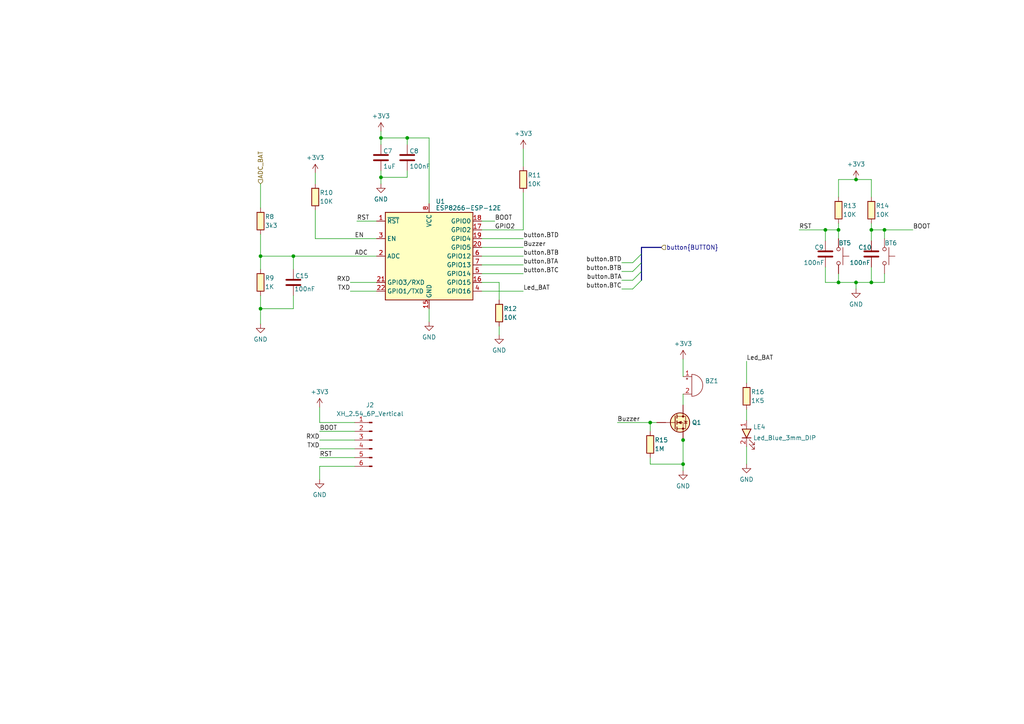
<source format=kicad_sch>
(kicad_sch (version 20230121) (generator eeschema)
  (paper "A4")
  (lib_symbols
    (symbol "Device:Buzzer" (pin_names (offset 0.0254) hide)
      (property "Reference" "BZ" (at 3.81 1.27 0))
      (property "Value" "Buzzer" (at 3.81 -1.27 0))
      (symbol "Buzzer_0_1"
        (arc (start 0 -3.175) (mid 3.1612 0) (end 0 3.175))
        (polyline (pts (xy -1.651 1.905) (xy -1.143 1.905)))
        (polyline (pts (xy -1.397 2.159) (xy -1.397 1.651)))
        (polyline (pts (xy 0 3.175) (xy 0 -3.175)))
      )
      (symbol "Buzzer_1_1"
        (pin passive line (at -2.54 2.54 0) (length 2.54) (name "-") (number "1"))
        (pin passive line (at -2.54 -2.54 0) (length 2.54) (name "+") (number "2"))
      )
    )
    (symbol "IVS_SYMBOLS:C" (pin_numbers hide) (pin_names (offset 0.254))
      (property "Reference" "C" (at 0.635 2.54 0))
      (property "Value" "C" (at 0.635 -2.54 0))
      (symbol "C_0_1"
        (polyline (pts (xy -2.032 -0.762) (xy 2.032 -0.762)) (stroke (width 0.508)))
        (polyline (pts (xy -2.032 0.762) (xy 2.032 0.762)) (stroke (width 0.508)))
      )
      (symbol "C_1_1"
        (pin passive line (at 0 3.81 270) (length 2.794) (name "~") (number "1"))
        (pin passive line (at 0 -3.81 90) (length 2.794) (name "~") (number "2"))
      )
    )
    (symbol "IVS_SYMBOLS:Conn_01x06_Male" (pin_names (offset 1.016) hide)
      (property "Reference" "J" (at 0 7.62 0))
      (property "Value" "Conn_01x06_Male" (at 0 -10.16 0))
      (symbol "Conn_01x06_Male_1_1"
        (polyline (pts (xy 1.27 -7.62) (xy 0.8636 -7.62)) (stroke (width 0.1524)))
        (polyline (pts (xy 1.27 -5.08) (xy 0.8636 -5.08)) (stroke (width 0.1524)))
        (polyline (pts (xy 1.27 -2.54) (xy 0.8636 -2.54)) (stroke (width 0.1524)))
        (polyline (pts (xy 1.27 0) (xy 0.8636 0)) (stroke (width 0.1524)))
        (polyline (pts (xy 1.27 2.54) (xy 0.8636 2.54)) (stroke (width 0.1524)))
        (polyline (pts (xy 1.27 5.08) (xy 0.8636 5.08)) (stroke (width 0.1524)))
        (rectangle (start 0.8636 -7.493) (end 0 -7.747) (stroke (width 0.1524)) (fill (type outline)))
        (rectangle (start 0.8636 -4.953) (end 0 -5.207) (stroke (width 0.1524)) (fill (type outline)))
        (rectangle (start 0.8636 -2.413) (end 0 -2.667) (stroke (width 0.1524)) (fill (type outline)))
        (rectangle (start 0.8636 0.127) (end 0 -0.127) (stroke (width 0.1524)) (fill (type outline)))
        (rectangle (start 0.8636 2.667) (end 0 2.413) (stroke (width 0.1524)) (fill (type outline)))
        (rectangle (start 0.8636 5.207) (end 0 4.953) (stroke (width 0.1524)) (fill (type outline)))
        (pin passive line (at 5.08 5.08 180) (length 3.81) (name "Pin_1") (number "1"))
        (pin passive line (at 5.08 2.54 180) (length 3.81) (name "Pin_2") (number "2"))
        (pin passive line (at 5.08 0 180) (length 3.81) (name "Pin_3") (number "3"))
        (pin passive line (at 5.08 -2.54 180) (length 3.81) (name "Pin_4") (number "4"))
        (pin passive line (at 5.08 -5.08 180) (length 3.81) (name "Pin_5") (number "5"))
        (pin passive line (at 5.08 -7.62 180) (length 3.81) (name "Pin_6") (number "6"))
      )
    )
    (symbol "IVS_SYMBOLS:ESP-07"
      (property "Reference" "U" (at 0 2.54 0))
      (property "Value" "ESP-07" (at 0 0 0))
      (symbol "ESP-07_0_1"
        (rectangle (start -12.7 12.7) (end 12.7 -12.7) (stroke (width 0.254)) (fill (type background)))
      )
      (symbol "ESP-07_1_1"
        (pin input line (at -15.24 10.16 0) (length 2.54) (name "~{RST}") (number "1"))
        (pin power_in line (at 0 -15.24 90) (length 2.54) (name "GND") (number "15"))
        (pin bidirectional line (at 15.24 -7.62 180) (length 2.54) (name "GPIO15") (number "16"))
        (pin bidirectional line (at 15.24 7.62 180) (length 2.54) (name "GPIO2") (number "17"))
        (pin bidirectional line (at 15.24 10.16 180) (length 2.54) (name "GPIO0") (number "18"))
        (pin bidirectional line (at 15.24 5.08 180) (length 2.54) (name "GPIO4") (number "19"))
        (pin input line (at -15.24 0 0) (length 2.54) (name "ADC") (number "2"))
        (pin bidirectional line (at 15.24 2.54 180) (length 2.54) (name "GPIO5") (number "20"))
        (pin bidirectional line (at -15.24 -7.62 0) (length 2.54) (name "GPIO3/RXD") (number "21"))
        (pin bidirectional line (at -15.24 -10.16 0) (length 2.54) (name "GPIO1/TXD") (number "22"))
        (pin input line (at -15.24 5.08 0) (length 2.54) (name "EN") (number "3"))
        (pin bidirectional line (at 15.24 -10.16 180) (length 2.54) (name "GPIO16") (number "4"))
        (pin bidirectional line (at 15.24 -5.08 180) (length 2.54) (name "GPIO14") (number "5"))
        (pin bidirectional line (at 15.24 0 180) (length 2.54) (name "GPIO12") (number "6"))
        (pin bidirectional line (at 15.24 -2.54 180) (length 2.54) (name "GPIO13") (number "7"))
        (pin power_in line (at 0 15.24 270) (length 2.54) (name "VCC") (number "8"))
      )
    )
    (symbol "IVS_SYMBOLS:Led"
      (property "Reference" "LE" (at 0.508 -2.794 0))
      (property "Value" "Led" (at -0.254 2.794 0))
      (symbol "Led_0_1"
        (polyline (pts (xy 0 -1.27) (xy 0 1.27)) (stroke (width 0.254)))
        (polyline (pts (xy 2.54 -1.27) (xy 2.54 1.27) (xy 0 0) (xy 2.54 -1.27)) (stroke (width 0.254)) (fill (type background)))
        (polyline (pts (xy -1.778 -0.762) (xy -3.302 -2.286) (xy -2.54 -2.286) (xy -3.302 -2.286) (xy -3.302 -1.524)))
        (polyline (pts (xy -0.508 -0.762) (xy -2.032 -2.286) (xy -1.27 -2.286) (xy -2.032 -2.286) (xy -2.032 -1.524)))
      )
      (symbol "Led_1_1"
        (pin passive line (at 5.08 0 180) (length 2.54) (name "") (number "1"))
        (pin passive line (at -2.54 0 0) (length 2.54) (name "") (number "2"))
      )
    )
    (symbol "IVS_SYMBOLS:N_Mosfet" (pin_numbers hide) (pin_names hide)
      (property "Reference" "Q" (at 2.794 1.2192 0))
      (symbol "N_Mosfet_0_1"
        (circle (center -0.889 0) (radius 2.794) (stroke (width 0.254)) (fill (type background)))
        (circle (center 0 -1.778) (radius 0.254) (fill (type outline)))
        (polyline (pts (xy -2.286 0) (xy -5.08 0)))
        (polyline (pts (xy -2.286 1.905) (xy -2.286 -1.905)) (stroke (width 0.254)))
        (polyline (pts (xy -1.778 -1.27) (xy -1.778 -2.286)) (stroke (width 0.254)))
        (polyline (pts (xy -1.778 0.508) (xy -1.778 -0.508)) (stroke (width 0.254)))
        (polyline (pts (xy -1.778 2.286) (xy -1.778 1.27)) (stroke (width 0.254)))
        (polyline (pts (xy 0 2.54) (xy 0 1.778)))
        (polyline (pts (xy 0 -2.54) (xy 0 0) (xy -1.778 0)))
        (polyline (pts (xy -1.778 -1.778) (xy 0.762 -1.778) (xy 0.762 1.778) (xy -1.778 1.778)))
        (polyline (pts (xy -1.524 0) (xy -0.508 0.381) (xy -0.508 -0.381) (xy -1.524 0)) (fill (type outline)))
        (polyline (pts (xy 0.254 0.508) (xy 0.381 0.381) (xy 1.143 0.381) (xy 1.27 0.254)))
        (polyline (pts (xy 0.762 0.381) (xy 0.381 -0.254) (xy 1.143 -0.254) (xy 0.762 0.381)))
        (circle (center 0 1.778) (radius 0.254) (fill (type outline)))
      )
      (symbol "N_Mosfet_1_1"
        (pin input line (at -7.62 0 0) (length 2.54) (name "G") (number "1"))
        (pin passive line (at 0 -5.08 90) (length 2.54) (name "S") (number "2"))
        (pin passive line (at 0 5.08 270) (length 2.54) (name "D") (number "3"))
      )
    )
    (symbol "IVS_SYMBOLS:R" (pin_numbers hide) (pin_names (offset 0))
      (property "Reference" "R" (at 2.032 0 90))
      (property "Value" "R" (at 0 0 90))
      (symbol "R_1_1"
        (rectangle (start -1.016 2.54) (end 1.016 -2.54) (stroke (width 0.254)) (fill (type background)))
        (pin passive line (at 0 3.81 270) (length 1.27) (name "~") (number "1"))
        (pin passive line (at 0 -3.81 90) (length 1.27) (name "~") (number "2"))
      )
    )
    (symbol "IVS_SYMBOLS:SW_Push" (pin_numbers hide) (pin_names (offset 1.016) hide)
      (property "Reference" "SW" (at 1.27 2.54 0))
      (property "Value" "SW_Push" (at 0 -1.524 0))
      (symbol "SW_Push_0_1"
        (circle (center -2.032 0) (radius 0.508))
        (polyline (pts (xy 0 1.27) (xy 0 3.048)))
        (polyline (pts (xy 2.54 1.27) (xy -2.54 1.27)))
        (circle (center 2.032 0) (radius 0.508))
        (pin passive line (at -5.08 0 0) (length 2.54) (name "1") (number "1"))
        (pin passive line (at 5.08 0 180) (length 2.54) (name "2") (number "2"))
      )
    )
    (symbol "power:+3V3" (power) (pin_names (offset 0))
      (property "Value" "+3V3" (at 0 3.556 0))
      (symbol "+3V3_0_1"
        (polyline (pts (xy -0.762 1.27) (xy 0 2.54)))
        (polyline (pts (xy 0 0) (xy 0 2.54)))
        (polyline (pts (xy 0 2.54) (xy 0.762 1.27)))
      )
      (symbol "+3V3_1_1"
        (pin power_in line (at 0 0 90) (length 0) hide (name "+3V3") (number "1"))
      )
    )
    (symbol "power:GND" (power) (pin_names (offset 0))
      (property "Value" "GND" (at 0 -3.81 0))
      (symbol "GND_0_1"
        (polyline (pts (xy 0 0) (xy 0 -1.27) (xy 1.27 -1.27) (xy 0 -2.54) (xy -1.27 -1.27) (xy 0 -1.27)))
      )
      (symbol "GND_1_1"
        (pin power_in line (at 0 0 270) (length 0) hide (name "GND") (number "1"))
      )
    )
  )
  (bus_alias "BUTTON" (members "BTA" "BTB" "BTC" "BTD"))
  (junction (at 75.565 74.295))
  (junction (at 256.54 66.675))
  (junction (at 248.285 81.915))
  (junction (at 85.09 74.295))
  (junction (at 252.73 66.675))
  (junction (at 75.565 89.535))
  (junction (at 252.73 81.915))
  (junction (at 243.205 81.915))
  (junction (at 248.285 52.07))
  (junction (at 188.595 122.555))
  (junction (at 110.49 51.435))
  (junction (at 239.395 66.675))
  (junction (at 243.205 66.675))
  (junction (at 118.11 40.005))
  (junction (at 110.49 40.005))
  (junction (at 198.12 134.62))
  (junction (at 198.12 127.635))
  (bus_entry (at 186.055 76.2) (size -2.54 2.54))
  (bus_entry (at 186.055 78.74) (size -2.54 2.54))
  (bus_entry (at 186.055 81.28) (size -2.54 2.54))
  (bus_entry (at 186.055 73.66) (size -2.54 2.54))
  (wire (pts (xy 231.775 66.675) (xy 239.395 66.675)))
  (wire (pts (xy 139.7 66.675) (xy 151.765 66.675)))
  (wire (pts (xy 144.78 94.615) (xy 144.78 97.155)))
  (wire (pts (xy 183.515 78.74) (xy 180.34 78.74)))
  (wire (pts (xy 252.73 81.915) (xy 248.285 81.915)))
  (wire (pts (xy 198.12 114.3) (xy 198.12 117.475)))
  (wire (pts (xy 188.595 132.715) (xy 188.595 134.62)))
  (wire (pts (xy 139.7 74.295) (xy 151.765 74.295)))
  (bus (pts (xy 186.055 76.2) (xy 186.055 73.66)))
  (wire (pts (xy 239.395 77.47) (xy 239.395 81.915)))
  (wire (pts (xy 110.49 41.91) (xy 110.49 40.005)))
  (bus (pts (xy 186.055 73.66) (xy 186.055 71.755)))
  (bus (pts (xy 186.055 81.28) (xy 186.055 78.74)))
  (wire (pts (xy 85.09 85.725) (xy 85.09 89.535)))
  (bus (pts (xy 186.055 78.74) (xy 186.055 76.2)))
  (bus (pts (xy 191.77 71.755) (xy 186.055 71.755)))
  (wire (pts (xy 183.515 83.82) (xy 180.34 83.82)))
  (wire (pts (xy 75.565 67.945) (xy 75.565 74.295)))
  (wire (pts (xy 252.73 77.47) (xy 252.73 81.915)))
  (wire (pts (xy 216.535 118.745) (xy 216.535 121.92)))
  (wire (pts (xy 216.535 104.775) (xy 216.535 111.125)))
  (wire (pts (xy 243.205 52.07) (xy 248.285 52.07)))
  (wire (pts (xy 124.46 40.005) (xy 118.11 40.005)))
  (wire (pts (xy 110.49 49.53) (xy 110.49 51.435)))
  (wire (pts (xy 118.11 40.005) (xy 110.49 40.005)))
  (wire (pts (xy 103.505 64.135) (xy 109.22 64.135)))
  (wire (pts (xy 75.565 89.535) (xy 75.565 93.98)))
  (wire (pts (xy 92.71 118.11) (xy 92.71 122.555)))
  (wire (pts (xy 92.71 132.715) (xy 102.87 132.715)))
  (wire (pts (xy 243.205 79.375) (xy 243.205 81.915)))
  (wire (pts (xy 91.44 69.215) (xy 109.22 69.215)))
  (wire (pts (xy 151.765 48.26) (xy 151.765 43.18)))
  (wire (pts (xy 243.205 64.77) (xy 243.205 66.675)))
  (wire (pts (xy 239.395 66.675) (xy 239.395 69.85)))
  (wire (pts (xy 252.73 66.675) (xy 252.73 69.85)))
  (wire (pts (xy 139.7 71.755) (xy 151.765 71.755)))
  (wire (pts (xy 239.395 81.915) (xy 243.205 81.915)))
  (wire (pts (xy 243.205 66.675) (xy 243.205 69.215)))
  (wire (pts (xy 198.12 104.14) (xy 198.12 109.22)))
  (wire (pts (xy 252.73 64.77) (xy 252.73 66.675)))
  (wire (pts (xy 256.54 79.375) (xy 256.54 81.915)))
  (wire (pts (xy 110.49 38.1) (xy 110.49 40.005)))
  (wire (pts (xy 183.515 81.28) (xy 180.34 81.28)))
  (wire (pts (xy 102.87 122.555) (xy 92.71 122.555)))
  (wire (pts (xy 256.54 81.915) (xy 252.73 81.915)))
  (wire (pts (xy 188.595 125.095) (xy 188.595 122.555)))
  (wire (pts (xy 243.205 66.675) (xy 239.395 66.675)))
  (wire (pts (xy 118.11 49.53) (xy 118.11 51.435)))
  (wire (pts (xy 216.535 129.54) (xy 216.535 134.62)))
  (wire (pts (xy 243.205 57.15) (xy 243.205 52.07)))
  (wire (pts (xy 110.49 51.435) (xy 110.49 53.34)))
  (wire (pts (xy 248.285 81.915) (xy 248.285 83.82)))
  (wire (pts (xy 75.565 85.725) (xy 75.565 89.535)))
  (wire (pts (xy 256.54 66.675) (xy 256.54 69.215)))
  (wire (pts (xy 91.44 60.96) (xy 91.44 69.215)))
  (wire (pts (xy 85.09 74.295) (xy 85.09 78.105)))
  (wire (pts (xy 248.285 52.07) (xy 252.73 52.07)))
  (wire (pts (xy 101.6 84.455) (xy 109.22 84.455)))
  (wire (pts (xy 243.205 81.915) (xy 248.285 81.915)))
  (wire (pts (xy 151.765 66.675) (xy 151.765 55.88)))
  (wire (pts (xy 188.595 122.555) (xy 190.5 122.555)))
  (wire (pts (xy 85.09 74.295) (xy 109.22 74.295)))
  (wire (pts (xy 75.565 89.535) (xy 85.09 89.535)))
  (wire (pts (xy 118.11 41.91) (xy 118.11 40.005)))
  (wire (pts (xy 144.78 81.915) (xy 144.78 86.995)))
  (wire (pts (xy 92.71 127.635) (xy 102.87 127.635)))
  (wire (pts (xy 92.71 135.255) (xy 92.71 139.065)))
  (wire (pts (xy 139.7 64.135) (xy 143.51 64.135)))
  (wire (pts (xy 139.7 79.375) (xy 151.765 79.375)))
  (wire (pts (xy 75.565 74.295) (xy 75.565 78.105)))
  (wire (pts (xy 183.515 76.2) (xy 180.34 76.2)))
  (wire (pts (xy 179.07 122.555) (xy 188.595 122.555)))
  (wire (pts (xy 198.12 127.635) (xy 198.12 134.62)))
  (wire (pts (xy 101.6 81.915) (xy 109.22 81.915)))
  (wire (pts (xy 188.595 134.62) (xy 198.12 134.62)))
  (wire (pts (xy 139.7 76.835) (xy 151.765 76.835)))
  (wire (pts (xy 124.46 59.055) (xy 124.46 40.005)))
  (wire (pts (xy 75.565 74.295) (xy 85.09 74.295)))
  (wire (pts (xy 139.7 81.915) (xy 144.78 81.915)))
  (wire (pts (xy 252.73 52.07) (xy 252.73 57.15)))
  (wire (pts (xy 75.565 53.34) (xy 75.565 60.325)))
  (wire (pts (xy 139.7 84.455) (xy 151.765 84.455)))
  (wire (pts (xy 102.87 135.255) (xy 92.71 135.255)))
  (wire (pts (xy 92.71 125.095) (xy 102.87 125.095)))
  (wire (pts (xy 198.12 134.62) (xy 198.12 136.525)))
  (wire (pts (xy 118.11 51.435) (xy 110.49 51.435)))
  (wire (pts (xy 92.71 130.175) (xy 102.87 130.175)))
  (wire (pts (xy 124.46 89.535) (xy 124.46 93.345)))
  (wire (pts (xy 198.12 127) (xy 198.12 127.635)))
  (wire (pts (xy 252.73 66.675) (xy 256.54 66.675)))
  (wire (pts (xy 256.54 66.675) (xy 264.795 66.675)))
  (wire (pts (xy 91.44 53.34) (xy 91.44 50.165)))
  (wire (pts (xy 139.7 69.215) (xy 151.765 69.215)))
  (label "button.BTA" (at 151.765 76.835 0))
  (label "TXD" (at 101.6 84.455 180))
  (label "button.BTC" (at 180.34 83.82 180))
  (label "button.BTB" (at 180.34 78.74 180))
  (label "RXD" (at 101.6 81.915 180))
  (label "RST" (at 92.71 132.715 0))
  (label "button.BTB" (at 151.765 74.295 0))
  (label "Led_BAT" (at 216.535 104.775 0))
  (label "button.BTD" (at 151.765 69.215 0))
  (label "Led_BAT" (at 151.765 84.455 0))
  (label "RXD" (at 92.71 127.635 180))
  (label "Buzzer" (at 179.07 122.555 0))
  (label "BOOT" (at 92.71 125.095 0))
  (label "button.BTD" (at 180.34 76.2 180))
  (label "Buzzer" (at 151.765 71.755 0))
  (label "RST" (at 103.505 64.135 0))
  (label "BOOT" (at 143.51 64.135 0))
  (label "ADC" (at 102.87 74.295 0))
  (label "button.BTC" (at 151.765 79.375 0))
  (label "RST" (at 231.775 66.675 0))
  (label "BOOT" (at 264.795 66.675 0))
  (label "button.BTA" (at 180.34 81.28 180))
  (label "GPIO2" (at 143.51 66.675 0))
  (label "TXD" (at 92.71 130.175 180))
  (label "EN" (at 102.87 69.215 0))
  (hierarchical_label "ADC_BAT" (shape input) (at 75.565 53.34 90))
  (hierarchical_label "button{BUTTON}" (shape input) (at 191.77 71.755 0))
  (symbol (lib_id "power:GND") (at 124.46 93.345 0) (unit 1)
    (property "Reference" "#PWR08" (effects hide))
    (property "Value" "GND" (at 124.46 97.79 0))
    (instances (project "Node_Vote" (path "" (reference "#PWR08") (unit 1))) (project "Begin" (path "" (reference "#PWR01") (unit 1))))
  )
  (symbol (lib_id "IVS_SYMBOLS:SW_Push") (at 243.205 74.295 270) (unit 1)
    (property "Reference" "BT5" (at 243.205 70.485 90) (effects (justify left)))
    (property "Value" "SW_Push_4.2x3.3x2.5_SMD" (effects hide))
    (property "Footprint" "IVS_FOOTPRINTS:SW_SPST_PTS810" (effects hide))
    (instances (project "Node_Vote" (path "" (reference "BT5") (unit 1))) (project "Begin" (path "" (reference "RST1") (unit 1))))
  )
  (symbol (lib_id "IVS_SYMBOLS:C") (at 118.11 45.72 0) (unit 1)
    (property "Reference" "C8" (at 118.745 43.815 0) (effects (justify left)))
    (property "Value" "100nF" (at 118.745 48.26 0) (effects (justify left)))
    (property "Footprint" "IVS_FOOTPRINTS:C_0603" (effects hide))
    (instances (project "Node_Vote" (path "" (reference "C8") (unit 1))) (project "Begin" (path "" (reference "C2") (unit 1))))
  )
  (symbol (lib_id "power:+3V3") (at 248.285 52.07 0) (unit 1)
    (property "Reference" "#PWR02" (effects hide))
    (property "Value" "+3V3" (at 248.285 47.625 0))
    (instances (project "Node_Vote" (path "" (reference "#PWR02") (unit 1))) (project "Begin" (path "" (reference "#PWR05") (unit 1))))
  )
  (symbol (lib_id "power:GND") (at 198.12 136.525 0) (unit 1)
    (property "Reference" "#PWR011" (effects hide))
    (property "Value" "GND" (at 198.12 140.97 0))
    (instances (project "Node_Vote" (path "" (reference "#PWR011") (unit 1))) (project "Begin" (path "" (reference "#PWR07") (unit 1))))
  )
  (symbol (lib_id "power:GND") (at 216.535 134.62 0) (unit 1)
    (property "Reference" "#PWR016" (effects hide))
    (property "Value" "GND" (at 216.535 139.065 0))
    (instances (project "Node_Vote" (path "" (reference "#PWR016") (unit 1))) (project "Begin" (path "" (reference "#PWR07") (unit 1))))
  )
  (symbol (lib_id "power:+3V3") (at 198.12 104.14 0) (unit 1)
    (property "Reference" "#PWR012" (effects hide))
    (property "Value" "+3V3" (at 198.12 99.695 0))
    (instances (project "Node_Vote" (path "" (reference "#PWR012") (unit 1))) (project "Begin" (path "" (reference "#PWR031") (unit 1))))
  )
  (symbol (lib_id "power:+3V3") (at 151.765 43.18 0) (unit 1)
    (property "Reference" "#PWR010" (effects hide))
    (property "Value" "+3V3" (at 151.765 38.735 0))
    (instances (project "Node_Vote" (path "" (reference "#PWR010") (unit 1))) (project "Begin" (path "" (reference "#PWR031") (unit 1))))
  )
  (symbol (lib_id "IVS_SYMBOLS:R") (at 188.595 128.905 0) (unit 1)
    (property "Reference" "R15" (at 189.865 127.635 0) (effects (justify left)))
    (property "Value" "1M" (at 189.865 130.175 0) (effects (justify left)))
    (property "Footprint" "IVS_FOOTPRINTS:R_0603" (effects hide))
    (instances (project "Node_Vote" (path "" (reference "R15") (unit 1))) (project "Begin" (path "" (reference "R3") (unit 1))))
  )
  (symbol (lib_id "power:GND") (at 92.71 139.065 0) (unit 1)
    (property "Reference" "#PWR07" (effects hide))
    (property "Value" "GND" (at 92.71 143.51 0))
    (instances (project "Node_Vote" (path "" (reference "#PWR07") (unit 1))) (project "Begin" (path "" (reference "#PWR08") (unit 1))))
  )
  (symbol (lib_id "IVS_SYMBOLS:Led") (at 216.535 127 90) (unit 1)
    (property "Reference" "LE4" (at 218.44 123.825 90) (effects (justify right)))
    (property "Value" "Led_Blue_3mm_DIP" (at 218.44 127 90) (effects (justify right)))
    (property "Footprint" "IVS_FOOTPRINTS:LED_D3.0mm_Red" (effects hide))
  )
  (symbol (lib_id "power:GND") (at 144.78 97.155 0) (unit 1)
    (property "Reference" "#PWR09" (effects hide))
    (property "Value" "GND" (at 144.78 101.6 0))
    (instances (project "Node_Vote" (path "" (reference "#PWR09") (unit 1))) (project "Begin" (path "" (reference "#PWR07") (unit 1))))
  )
  (symbol (lib_id "IVS_SYMBOLS:C") (at 85.09 81.915 180) (unit 1)
    (property "Reference" "C15" (at 89.535 80.01 0) (effects (justify left)))
    (property "Value" "100nF" (at 91.44 83.82 0) (effects (justify left)))
    (property "Footprint" "IVS_FOOTPRINTS:C_0603" (effects hide))
    (instances (project "Node_Vote" (path "" (reference "C15") (unit 1))) (project "Begin" (path "" (reference "C1") (unit 1))))
  )
  (symbol (lib_id "IVS_SYMBOLS:R") (at 243.205 60.96 0) (unit 1)
    (property "Reference" "R13" (at 244.475 59.69 0) (effects (justify left)))
    (property "Value" "10K" (at 244.475 62.23 0) (effects (justify left)))
    (property "Footprint" "IVS_FOOTPRINTS:R_0603" (effects hide))
    (instances (project "Node_Vote" (path "" (reference "R13") (unit 1))) (project "Begin" (path "" (reference "R1") (unit 1))))
  )
  (symbol (lib_id "IVS_SYMBOLS:R") (at 144.78 90.805 0) (unit 1)
    (property "Reference" "R12" (at 146.05 89.535 0) (effects (justify left)))
    (property "Value" "10K" (at 146.05 92.075 0) (effects (justify left)))
    (property "Footprint" "IVS_FOOTPRINTS:R_0603" (effects hide))
    (instances (project "Node_Vote" (path "" (reference "R12") (unit 1))) (project "Begin" (path "" (reference "R5") (unit 1))))
  )
  (symbol (lib_id "IVS_SYMBOLS:SW_Push") (at 256.54 74.295 270) (unit 1)
    (property "Reference" "BT6" (at 256.54 70.485 90) (effects (justify left)))
    (property "Value" "SW_Push_4.2x3.3x2.5_SMD" (effects hide))
    (property "Footprint" "IVS_FOOTPRINTS:SW_SPST_PTS810" (effects hide))
    (instances (project "Node_Vote" (path "" (reference "BT6") (unit 1))) (project "Begin" (path "" (reference "BOOT1") (unit 1))))
  )
  (symbol (lib_id "power:+3V3") (at 110.49 38.1 0) (unit 1)
    (property "Reference" "#PWR04" (effects hide))
    (property "Value" "+3V3" (at 110.49 33.655 0))
    (instances (project "Node_Vote" (path "" (reference "#PWR04") (unit 1))) (project "Begin" (path "" (reference "#PWR02") (unit 1))))
  )
  (symbol (lib_id "IVS_SYMBOLS:Conn_01x06_Male") (at 107.95 127.635 0) (mirror y) (unit 1)
    (property "Reference" "J2" (at 107.315 117.475 0))
    (property "Value" "XH_2.54_6P_Vertical" (at 107.315 120.015 0))
    (property "Footprint" "IVS_FOOTPRINTS:XH_6P_2.54mm_Vertical" (effects hide))
  )
  (symbol (lib_id "IVS_SYMBOLS:R") (at 216.535 114.935 0) (unit 1)
    (property "Reference" "R16" (at 217.805 113.665 0) (effects (justify left)))
    (property "Value" "1K5" (at 217.805 116.205 0) (effects (justify left)))
    (property "Footprint" "IVS_FOOTPRINTS:R_0603" (effects hide))
    (instances (project "Node_Vote" (path "" (reference "R16") (unit 1))) (project "Begin" (path "" (reference "R3") (unit 1))))
  )
  (symbol (lib_id "IVS_SYMBOLS:N_Mosfet") (at 198.12 122.555 0) (unit 1)
    (property "Reference" "Q1" (at 200.66 122.555 0) (effects (justify left)))
    (property "Value" "N_Mosfet_SI2300" (effects hide))
    (property "Footprint" "IVS_FOOTPRINTS:SOT23-3" (effects hide))
    (property "Datasheet" "https://www.onsemi.com/pub/Collateral/BSS138-D.PDF" (effects hide))
  )
  (symbol (lib_id "power:GND") (at 110.49 53.34 0) (unit 1)
    (property "Reference" "#PWR05" (effects hide))
    (property "Value" "GND" (at 110.49 57.785 0))
    (instances (project "Node_Vote" (path "" (reference "#PWR05") (unit 1))) (project "Begin" (path "" (reference "#PWR03") (unit 1))))
  )
  (symbol (lib_id "power:+3V3") (at 91.44 50.165 0) (unit 1)
    (property "Reference" "#PWR01" (effects hide))
    (property "Value" "+3V3" (at 91.44 45.72 0))
    (instances (project "Node_Vote" (path "" (reference "#PWR01") (unit 1))) (project "Begin" (path "" (reference "#PWR06") (unit 1))))
  )
  (symbol (lib_id "IVS_SYMBOLS:C") (at 239.395 73.66 0) (unit 1)
    (property "Reference" "C9" (at 236.22 71.755 0) (effects (justify left)))
    (property "Value" "100nF" (at 233.045 76.2 0) (effects (justify left)))
    (property "Footprint" "IVS_FOOTPRINTS:C_0603" (effects hide))
    (instances (project "Node_Vote" (path "" (reference "C9") (unit 1))) (project "Begin" (path "" (reference "C4") (unit 1))))
  )
  (symbol (lib_id "IVS_SYMBOLS:R") (at 75.565 64.135 0) (unit 1)
    (property "Reference" "R8" (at 76.835 62.865 0) (effects (justify left)))
    (property "Value" "3k3" (at 76.835 65.405 0) (effects (justify left)))
    (property "Footprint" "IVS_FOOTPRINTS:R_0603" (effects hide))
    (instances (project "Node_Vote" (path "" (reference "R8") (unit 1))) (project "Begin" (path "" (reference "R4") (unit 1))))
  )
  (symbol (lib_id "IVS_SYMBOLS:C") (at 110.49 45.72 0) (unit 1)
    (property "Reference" "C7" (at 111.125 43.815 0) (effects (justify left)))
    (property "Value" "1uF" (at 111.125 48.26 0) (effects (justify left)))
    (property "Footprint" "IVS_FOOTPRINTS:C_0603" (effects hide))
    (instances (project "Node_Vote" (path "" (reference "C7") (unit 1))) (project "Begin" (path "" (reference "C1") (unit 1))))
  )
  (symbol (lib_id "IVS_SYMBOLS:R") (at 75.565 81.915 0) (unit 1)
    (property "Reference" "R9" (at 76.835 80.645 0) (effects (justify left)))
    (property "Value" "1K" (at 76.835 83.185 0) (effects (justify left)))
    (property "Footprint" "IVS_FOOTPRINTS:R_0603" (effects hide))
    (instances (project "Node_Vote" (path "" (reference "R9") (unit 1))) (project "Begin" (path "" (reference "R4") (unit 1))))
  )
  (symbol (lib_id "power:+3V3") (at 92.71 118.11 0) (unit 1)
    (property "Reference" "#PWR06" (effects hide))
    (property "Value" "+3V3" (at 92.71 113.665 0))
    (instances (project "Node_Vote" (path "" (reference "#PWR06") (unit 1))) (project "Begin" (path "" (reference "#PWR09") (unit 1))))
  )
  (symbol (lib_id "IVS_SYMBOLS:R") (at 91.44 57.15 0) (unit 1)
    (property "Reference" "R10" (at 92.71 55.88 0) (effects (justify left)))
    (property "Value" "10K" (at 92.71 58.42 0) (effects (justify left)))
    (property "Footprint" "IVS_FOOTPRINTS:R_0603" (effects hide))
    (instances (project "Node_Vote" (path "" (reference "R10") (unit 1))) (project "Begin" (path "" (reference "R4") (unit 1))))
  )
  (symbol (lib_id "IVS_SYMBOLS:R") (at 151.765 52.07 0) (unit 1)
    (property "Reference" "R11" (at 153.035 50.8 0) (effects (justify left)))
    (property "Value" "10K" (at 153.035 53.34 0) (effects (justify left)))
    (property "Footprint" "IVS_FOOTPRINTS:R_0603" (effects hide))
    (instances (project "Node_Vote" (path "" (reference "R11") (unit 1))) (project "Begin" (path "" (reference "R3") (unit 1))))
  )
  (symbol (lib_id "Device:Buzzer") (at 200.66 111.76 0) (unit 1)
    (property "Reference" "BZ1" (at 204.47 110.49 0) (effects (justify left)))
    (property "Value" "1206_DIP_Buzzer" (effects hide))
    (property "Footprint" "IVS_FOOTPRINTS:Buzzer_12x6RM7.6" (effects hide))
  )
  (symbol (lib_id "IVS_SYMBOLS:C") (at 252.73 73.66 0) (unit 1)
    (property "Reference" "C10" (at 248.92 71.755 0) (effects (justify left)))
    (property "Value" "100nF" (at 246.38 76.2 0) (effects (justify left)))
    (property "Footprint" "IVS_FOOTPRINTS:C_0603" (effects hide))
    (instances (project "Node_Vote" (path "" (reference "C10") (unit 1))) (project "Begin" (path "" (reference "C3") (unit 1))))
  )
  (symbol (lib_id "power:GND") (at 75.565 93.98 0) (unit 1)
    (property "Reference" "#PWR026" (effects hide))
    (property "Value" "GND" (at 75.565 98.425 0))
    (instances (project "Node_Vote" (path "" (reference "#PWR026") (unit 1))) (project "Begin" (path "" (reference "#PWR01") (unit 1))))
  )
  (symbol (lib_id "IVS_SYMBOLS:ESP-07") (at 124.46 74.295 0) (unit 1)
    (property "Reference" "U1" (at 126.365 58.42 0) (effects (justify left)))
    (property "Value" "ESP8266-ESP-12E" (at 126.365 60.325 0) (effects (justify left)))
    (property "Footprint" "IVS_FOOTPRINTS:ESP8266-07__ESP32-C3-12F" (effects hide))
    (property "Datasheet" "https://datasheetspdf.com/pdf/1418335/AI-Thinker/ESP-07/1" (effects hide))
  )
  (symbol (lib_id "power:GND") (at 248.285 83.82 0) (unit 1)
    (property "Reference" "#PWR03" (effects hide))
    (property "Value" "GND" (at 248.285 88.265 0))
    (instances (project "Node_Vote" (path "" (reference "#PWR03") (unit 1))) (project "Begin" (path "" (reference "#PWR04") (unit 1))))
  )
  (symbol (lib_id "IVS_SYMBOLS:R") (at 252.73 60.96 0) (unit 1)
    (property "Reference" "R14" (at 254 59.69 0) (effects (justify left)))
    (property "Value" "10K" (at 254 62.23 0) (effects (justify left)))
    (property "Footprint" "IVS_FOOTPRINTS:R_0603" (effects hide))
    (instances (project "Node_Vote" (path "" (reference "R14") (unit 1))) (project "Begin" (path "" (reference "R2") (unit 1))))
  )
)
</source>
